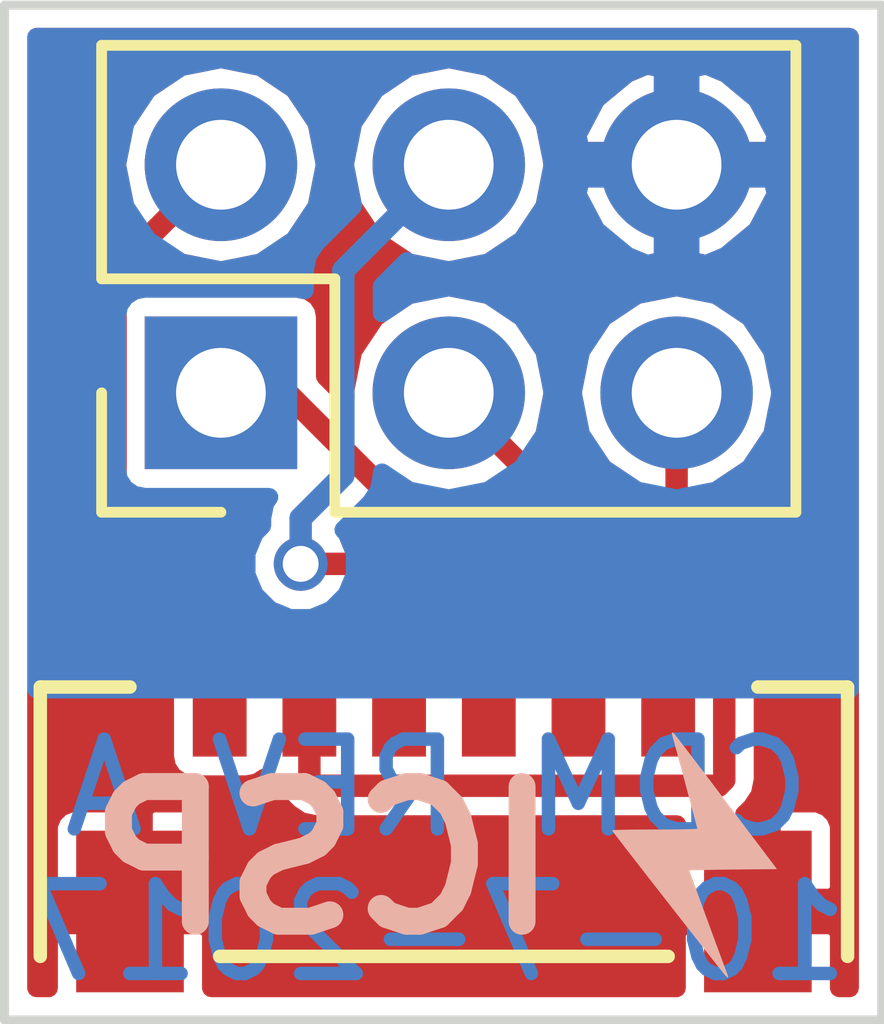
<source format=kicad_pcb>
(kicad_pcb (version 4) (host pcbnew 4.0.5+dfsg1-4)

  (general
    (links 8)
    (no_connects 0)
    (area 142.062999 101.549999 151.942001 112.953001)
    (thickness 1.6)
    (drawings 6)
    (tracks 25)
    (zones 0)
    (modules 3)
    (nets 7)
  )

  (page A4)
  (layers
    (0 F.Cu signal)
    (31 B.Cu signal)
    (32 B.Adhes user)
    (33 F.Adhes user)
    (34 B.Paste user)
    (35 F.Paste user)
    (36 B.SilkS user)
    (37 F.SilkS user)
    (38 B.Mask user)
    (39 F.Mask user)
    (40 Dwgs.User user)
    (41 Cmts.User user)
    (42 Eco1.User user)
    (43 Eco2.User user)
    (44 Edge.Cuts user)
    (45 Margin user)
    (46 B.CrtYd user)
    (47 F.CrtYd user)
    (48 B.Fab user hide)
    (49 F.Fab user hide)
  )

  (setup
    (last_trace_width 0.25)
    (trace_clearance 0.2)
    (zone_clearance 0.2032)
    (zone_45_only no)
    (trace_min 0.2)
    (segment_width 0.2)
    (edge_width 0.1)
    (via_size 0.6)
    (via_drill 0.4)
    (via_min_size 0.4)
    (via_min_drill 0.3)
    (uvia_size 0.3)
    (uvia_drill 0.1)
    (uvias_allowed no)
    (uvia_min_size 0.2)
    (uvia_min_drill 0.1)
    (pcb_text_width 0.3)
    (pcb_text_size 1.5 1.5)
    (mod_edge_width 0.15)
    (mod_text_size 1 1)
    (mod_text_width 0.15)
    (pad_size 1.5 1.5)
    (pad_drill 0.6)
    (pad_to_mask_clearance 0)
    (aux_axis_origin 0 0)
    (visible_elements FFFEFF7F)
    (pcbplotparams
      (layerselection 0x00030_80000001)
      (usegerberextensions false)
      (excludeedgelayer true)
      (linewidth 0.100000)
      (plotframeref false)
      (viasonmask false)
      (mode 1)
      (useauxorigin false)
      (hpglpennumber 1)
      (hpglpenspeed 20)
      (hpglpendiameter 15)
      (hpglpenoverlay 2)
      (psnegative false)
      (psa4output false)
      (plotreference true)
      (plotvalue true)
      (plotinvisibletext false)
      (padsonsilk false)
      (subtractmaskfromsilk false)
      (outputformat 1)
      (mirror false)
      (drillshape 1)
      (scaleselection 1)
      (outputdirectory ""))
  )

  (net 0 "")
  (net 1 GND)
  (net 2 SCK_RX_AVR)
  (net 3 MISO_TX_AVR)
  (net 4 MOSI_AVR)
  (net 5 RST_AVR)
  (net 6 VCC)

  (net_class Default "This is the default net class."
    (clearance 0.2)
    (trace_width 0.25)
    (via_dia 0.6)
    (via_drill 0.4)
    (uvia_dia 0.3)
    (uvia_drill 0.1)
    (add_net GND)
    (add_net MISO_TX_AVR)
    (add_net MOSI_AVR)
    (add_net RST_AVR)
    (add_net SCK_RX_AVR)
    (add_net VCC)
  )

  (module "MOD:BM06B-SRSS-TB(LF)(SN)" (layer F.Cu) (tedit 59D97FFB) (tstamp 59D97F33)
    (at 148.5011 105.0036)
    (path /59D91835)
    (fp_text reference P1 (at -0.88654 6.413716 90) (layer F.SilkS) hide
      (effects (font (size 1 1) (thickness 0.15)))
    )
    (fp_text value CONN_01X07 (at -1.88654 6.413716 90) (layer F.Fab)
      (effects (font (size 1 1) (thickness 0.15)))
    )
    (fp_line (start 1.011034 7.190858) (end -3.988966 7.190858) (layer F.SilkS) (width 0.15))
    (fp_line (start 3.011034 4.190858) (end 3.011034 7.190858) (layer F.SilkS) (width 0.15))
    (fp_line (start 2.011034 4.190858) (end 3.011034 4.190858) (layer F.SilkS) (width 0.15))
    (fp_line (start -5.988966 4.190858) (end -4.988966 4.190858) (layer F.SilkS) (width 0.15))
    (fp_line (start -5.988966 7.190858) (end -5.988966 4.190858) (layer F.SilkS) (width 0.15))
    (pad 6 smd rect (at 1.011034 4.190858 180) (size 0.6 1.55) (layers F.Cu F.Paste F.Mask)
      (net 1 GND))
    (pad 5 smd rect (at 0.011034 4.190858 180) (size 0.6 1.55) (layers F.Cu F.Paste F.Mask)
      (net 2 SCK_RX_AVR))
    (pad 4 smd rect (at -0.988966 4.190858 180) (size 0.6 1.55) (layers F.Cu F.Paste F.Mask)
      (net 3 MISO_TX_AVR))
    (pad 3 smd rect (at -1.988966 4.190858 180) (size 0.6 1.55) (layers F.Cu F.Paste F.Mask)
      (net 4 MOSI_AVR))
    (pad 2 smd rect (at -2.988966 4.190858 180) (size 0.6 1.55) (layers F.Cu F.Paste F.Mask)
      (net 5 RST_AVR))
    (pad 1 smd rect (at -3.988966 4.190858 180) (size 0.6 1.55) (layers F.Cu F.Paste F.Mask)
      (net 6 VCC))
    (pad 7 smd rect (at 2.011034 6.690858 180) (size 1.2 1.8) (layers F.Cu F.Paste F.Mask)
      (net 1 GND))
    (pad 7 smd rect (at -4.988966 6.690858 180) (size 1.2 1.8) (layers F.Cu F.Paste F.Mask)
      (net 1 GND))
  )

  (module Pin_Headers:Pin_Header_Straight_2x03_Pitch2.54mm (layer F.Cu) (tedit 59D98000) (tstamp 59D97F3D)
    (at 144.526 105.918 90)
    (descr "Through hole straight pin header, 2x03, 2.54mm pitch, double rows")
    (tags "Through hole pin header THT 2x03 2.54mm double row")
    (path /59D97F0C)
    (fp_text reference P2 (at 1.27 -2.33 90) (layer F.SilkS) hide
      (effects (font (size 1 1) (thickness 0.15)))
    )
    (fp_text value ICSP (at 1.27 7.41 90) (layer F.Fab)
      (effects (font (size 1 1) (thickness 0.15)))
    )
    (fp_line (start 0 -1.27) (end 3.81 -1.27) (layer F.Fab) (width 0.1))
    (fp_line (start 3.81 -1.27) (end 3.81 6.35) (layer F.Fab) (width 0.1))
    (fp_line (start 3.81 6.35) (end -1.27 6.35) (layer F.Fab) (width 0.1))
    (fp_line (start -1.27 6.35) (end -1.27 0) (layer F.Fab) (width 0.1))
    (fp_line (start -1.27 0) (end 0 -1.27) (layer F.Fab) (width 0.1))
    (fp_line (start -1.33 6.41) (end 3.87 6.41) (layer F.SilkS) (width 0.12))
    (fp_line (start -1.33 1.27) (end -1.33 6.41) (layer F.SilkS) (width 0.12))
    (fp_line (start 3.87 -1.33) (end 3.87 6.41) (layer F.SilkS) (width 0.12))
    (fp_line (start -1.33 1.27) (end 1.27 1.27) (layer F.SilkS) (width 0.12))
    (fp_line (start 1.27 1.27) (end 1.27 -1.33) (layer F.SilkS) (width 0.12))
    (fp_line (start 1.27 -1.33) (end 3.87 -1.33) (layer F.SilkS) (width 0.12))
    (fp_line (start -1.33 0) (end -1.33 -1.33) (layer F.SilkS) (width 0.12))
    (fp_line (start -1.33 -1.33) (end 0 -1.33) (layer F.SilkS) (width 0.12))
    (fp_line (start -1.8 -1.8) (end -1.8 6.85) (layer F.CrtYd) (width 0.05))
    (fp_line (start -1.8 6.85) (end 4.35 6.85) (layer F.CrtYd) (width 0.05))
    (fp_line (start 4.35 6.85) (end 4.35 -1.8) (layer F.CrtYd) (width 0.05))
    (fp_line (start 4.35 -1.8) (end -1.8 -1.8) (layer F.CrtYd) (width 0.05))
    (fp_text user %R (at 1.27 2.54 180) (layer F.Fab)
      (effects (font (size 1 1) (thickness 0.15)))
    )
    (pad 1 thru_hole rect (at 0 0 90) (size 1.7 1.7) (drill 1) (layers *.Cu *.Mask)
      (net 3 MISO_TX_AVR))
    (pad 2 thru_hole oval (at 2.54 0 90) (size 1.7 1.7) (drill 1) (layers *.Cu *.Mask)
      (net 6 VCC))
    (pad 3 thru_hole oval (at 0 2.54 90) (size 1.7 1.7) (drill 1) (layers *.Cu *.Mask)
      (net 2 SCK_RX_AVR))
    (pad 4 thru_hole oval (at 2.54 2.54 90) (size 1.7 1.7) (drill 1) (layers *.Cu *.Mask)
      (net 4 MOSI_AVR))
    (pad 5 thru_hole oval (at 0 5.08 90) (size 1.7 1.7) (drill 1) (layers *.Cu *.Mask)
      (net 5 RST_AVR))
    (pad 6 thru_hole oval (at 2.54 5.08 90) (size 1.7 1.7) (drill 1) (layers *.Cu *.Mask)
      (net 1 GND))
    (model ${KISYS3DMOD}/Pin_Headers.3dshapes/Pin_Header_Straight_2x03_Pitch2.54mm.wrl
      (at (xyz 0 0 0))
      (scale (xyz 1 1 1))
      (rotate (xyz 0 0 0))
    )
  )

  (module MOD:lightning (layer B.Cu) (tedit 0) (tstamp 59D980CF)
    (at 149.86 111.125)
    (fp_text reference G*** (at 0 0) (layer B.SilkS) hide
      (effects (font (thickness 0.3)) (justify mirror))
    )
    (fp_text value LOGO (at 0.75 0) (layer B.SilkS) hide
      (effects (font (thickness 0.3)) (justify mirror))
    )
    (fp_poly (pts (xy 0.314354 1.28972) (xy 0.304217 1.261534) (xy 0.287787 1.218017) (xy 0.262911 1.15128)
      (xy 0.231172 1.065639) (xy 0.194152 0.965409) (xy 0.153436 0.854904) (xy 0.110605 0.738441)
      (xy 0.067244 0.620333) (xy 0.024936 0.504897) (xy -0.014736 0.396447) (xy -0.050189 0.299299)
      (xy -0.079839 0.217767) (xy -0.102104 0.156168) (xy -0.1154 0.118815) (xy -0.118533 0.109316)
      (xy -0.102305 0.107325) (xy -0.056437 0.105235) (xy 0.014844 0.103147) (xy 0.10731 0.101162)
      (xy 0.216736 0.099383) (xy 0.338895 0.09791) (xy 0.368591 0.097623) (xy 0.855716 0.093133)
      (xy 0.294305 -0.649173) (xy 0.188629 -0.788761) (xy 0.088696 -0.920499) (xy -0.003562 -1.041856)
      (xy -0.086213 -1.150304) (xy -0.157324 -1.243314) (xy -0.214964 -1.318356) (xy -0.2572 -1.372901)
      (xy -0.2821 -1.40442) (xy -0.287856 -1.411173) (xy -0.30193 -1.419999) (xy -0.299939 -1.401084)
      (xy -0.298786 -1.397) (xy -0.288287 -1.359649) (xy -0.271246 -1.297666) (xy -0.248936 -1.2158)
      (xy -0.222636 -1.118801) (xy -0.193622 -1.011418) (xy -0.163169 -0.8984) (xy -0.132555 -0.784498)
      (xy -0.103056 -0.674459) (xy -0.075947 -0.573034) (xy -0.052507 -0.484973) (xy -0.03401 -0.415023)
      (xy -0.021734 -0.367936) (xy -0.016954 -0.34846) (xy -0.016934 -0.348256) (xy -0.033153 -0.345773)
      (xy -0.078954 -0.343529) (xy -0.150053 -0.34161) (xy -0.242165 -0.340104) (xy -0.351007 -0.339096)
      (xy -0.472294 -0.338674) (xy -0.491067 -0.338666) (xy -0.613834 -0.338377) (xy -0.72479 -0.33756)
      (xy -0.819653 -0.336292) (xy -0.894136 -0.334649) (xy -0.943957 -0.332707) (xy -0.964831 -0.330544)
      (xy -0.9652 -0.330209) (xy -0.955097 -0.315927) (xy -0.926253 -0.27784) (xy -0.880867 -0.218757)
      (xy -0.821139 -0.141491) (xy -0.749266 -0.048852) (xy -0.667449 0.056347) (xy -0.577885 0.171296)
      (xy -0.482774 0.293183) (xy -0.384315 0.419197) (xy -0.284706 0.546527) (xy -0.186147 0.672361)
      (xy -0.090836 0.793888) (xy -0.000972 0.908298) (xy 0.081246 1.012777) (xy 0.153618 1.104516)
      (xy 0.213947 1.180702) (xy 0.260033 1.238525) (xy 0.289678 1.275174) (xy 0.299666 1.286933)
      (xy 0.31437 1.300123) (xy 0.314354 1.28972)) (layer B.SilkS) (width 0.01))
  )

  (gr_text "CDM REV A\n10-7-2017" (at 146.939 111.125) (layer B.Cu)
    (effects (font (size 1 1) (thickness 0.15)) (justify mirror))
  )
  (gr_text ICSP (at 145.669 111.125) (layer B.SilkS)
    (effects (font (size 1.5 1.5) (thickness 0.3)) (justify mirror))
  )
  (gr_line (start 142.113 101.6) (end 142.113 112.903) (layer Edge.Cuts) (width 0.1))
  (gr_line (start 151.892 101.6) (end 142.113 101.6) (layer Edge.Cuts) (width 0.1))
  (gr_line (start 151.892 112.903) (end 151.892 101.6) (layer Edge.Cuts) (width 0.1))
  (gr_line (start 151.892 112.903) (end 142.113 112.903) (layer Edge.Cuts) (width 0.1))

  (segment (start 147.066 105.918) (end 148.512134 107.364134) (width 0.25) (layer F.Cu) (net 2))
  (segment (start 148.512134 107.364134) (end 148.512134 109.194458) (width 0.25) (layer F.Cu) (net 2))
  (segment (start 144.526 105.918) (end 145.260676 105.918) (width 0.25) (layer F.Cu) (net 3))
  (segment (start 145.260676 105.918) (end 147.512134 108.169458) (width 0.25) (layer F.Cu) (net 3))
  (segment (start 147.512134 108.169458) (end 147.512134 109.194458) (width 0.25) (layer F.Cu) (net 3))
  (segment (start 145.415 107.823) (end 145.415 107.314002) (width 0.25) (layer B.Cu) (net 4))
  (segment (start 145.415 107.314002) (end 145.890999 106.838003) (width 0.25) (layer B.Cu) (net 4))
  (segment (start 145.890999 106.838003) (end 145.890999 104.553001) (width 0.25) (layer B.Cu) (net 4))
  (segment (start 145.890999 104.553001) (end 146.216001 104.227999) (width 0.25) (layer B.Cu) (net 4))
  (segment (start 146.216001 104.227999) (end 147.066 103.378) (width 0.25) (layer B.Cu) (net 4))
  (segment (start 146.512134 109.194458) (end 146.512134 108.169458) (width 0.25) (layer F.Cu) (net 4))
  (via (at 145.415 107.823) (size 0.6) (drill 0.4) (layers F.Cu B.Cu) (net 4))
  (segment (start 146.512134 108.169458) (end 146.165676 107.823) (width 0.25) (layer F.Cu) (net 4))
  (segment (start 146.165676 107.823) (end 145.415 107.823) (width 0.25) (layer F.Cu) (net 4))
  (segment (start 145.512134 109.194458) (end 145.512134 110.219458) (width 0.25) (layer F.Cu) (net 5))
  (segment (start 145.512134 110.219458) (end 145.587135 110.294459) (width 0.25) (layer F.Cu) (net 5))
  (segment (start 145.587135 110.294459) (end 150.072135 110.294459) (width 0.25) (layer F.Cu) (net 5))
  (segment (start 150.072135 110.294459) (end 150.137135 110.229459) (width 0.25) (layer F.Cu) (net 5))
  (segment (start 150.137135 110.229459) (end 150.137135 107.651216) (width 0.25) (layer F.Cu) (net 5))
  (segment (start 150.137135 107.651216) (end 149.606 107.120081) (width 0.25) (layer F.Cu) (net 5))
  (segment (start 149.606 107.120081) (end 149.606 105.918) (width 0.25) (layer F.Cu) (net 5))
  (segment (start 144.526 103.378) (end 143.350999 104.553001) (width 0.25) (layer F.Cu) (net 6))
  (segment (start 143.350999 104.553001) (end 143.350999 107.008323) (width 0.25) (layer F.Cu) (net 6))
  (segment (start 143.350999 107.008323) (end 144.512134 108.169458) (width 0.25) (layer F.Cu) (net 6))
  (segment (start 144.512134 108.169458) (end 144.512134 109.194458) (width 0.25) (layer F.Cu) (net 6))

  (zone (net 1) (net_name GND) (layer F.Cu) (tstamp 0) (hatch edge 0.508)
    (connect_pads (clearance 0.2032))
    (min_thickness 0.2032)
    (fill yes (arc_segments 16) (thermal_gap 0.2032) (thermal_bridge_width 0.508))
    (polygon
      (pts
        (xy 142.113 101.6) (xy 151.892 101.6) (xy 151.892 112.903) (xy 142.113 112.903)
      )
    )
    (filled_polygon
      (pts
        (xy 151.5372 112.5482) (xy 151.416934 112.5482) (xy 151.416934 111.923058) (xy 151.340734 111.846858) (xy 150.664534 111.846858)
        (xy 150.664534 111.866858) (xy 150.359734 111.866858) (xy 150.359734 111.846858) (xy 149.683534 111.846858) (xy 149.607334 111.923058)
        (xy 149.607334 112.5482) (xy 144.416934 112.5482) (xy 144.416934 111.923058) (xy 144.340734 111.846858) (xy 143.664534 111.846858)
        (xy 143.664534 111.866858) (xy 143.359734 111.866858) (xy 143.359734 111.846858) (xy 142.683534 111.846858) (xy 142.607334 111.923058)
        (xy 142.607334 112.5482) (xy 142.4678 112.5482) (xy 142.4678 110.733829) (xy 142.607334 110.733829) (xy 142.607334 111.465858)
        (xy 142.683534 111.542058) (xy 143.359734 111.542058) (xy 143.359734 110.565858) (xy 143.664534 110.565858) (xy 143.664534 111.542058)
        (xy 144.340734 111.542058) (xy 144.416934 111.465858) (xy 144.416934 110.733829) (xy 144.370531 110.621802) (xy 144.284789 110.536061)
        (xy 144.172762 110.489658) (xy 143.740734 110.489658) (xy 143.664534 110.565858) (xy 143.359734 110.565858) (xy 143.283534 110.489658)
        (xy 142.851506 110.489658) (xy 142.739479 110.536061) (xy 142.653737 110.621802) (xy 142.607334 110.733829) (xy 142.4678 110.733829)
        (xy 142.4678 104.553001) (xy 142.921199 104.553001) (xy 142.921199 107.008323) (xy 142.953916 107.1728) (xy 143.047085 107.312237)
        (xy 143.969504 108.234657) (xy 143.925847 108.298551) (xy 143.901363 108.419458) (xy 143.901363 109.969458) (xy 143.922616 110.08241)
        (xy 143.989371 110.18615) (xy 144.091227 110.255745) (xy 144.212134 110.280229) (xy 144.812134 110.280229) (xy 144.925086 110.258976)
        (xy 145.013083 110.202352) (xy 145.089289 110.254421) (xy 145.097253 110.294459) (xy 145.115051 110.383935) (xy 145.20822 110.523372)
        (xy 145.28322 110.598373) (xy 145.422657 110.691542) (xy 145.449946 110.69697) (xy 145.587135 110.724259) (xy 149.611298 110.724259)
        (xy 149.607334 110.733829) (xy 149.607334 111.465858) (xy 149.683534 111.542058) (xy 150.359734 111.542058) (xy 150.359734 110.609274)
        (xy 150.376049 110.598373) (xy 150.408564 110.565858) (xy 150.664534 110.565858) (xy 150.664534 111.542058) (xy 151.340734 111.542058)
        (xy 151.416934 111.465858) (xy 151.416934 110.733829) (xy 151.370531 110.621802) (xy 151.284789 110.536061) (xy 151.172762 110.489658)
        (xy 150.740734 110.489658) (xy 150.664534 110.565858) (xy 150.408564 110.565858) (xy 150.44105 110.533373) (xy 150.534218 110.393936)
        (xy 150.536207 110.383935) (xy 150.566935 110.229459) (xy 150.566935 107.651216) (xy 150.534218 107.486739) (xy 150.534218 107.486738)
        (xy 150.441049 107.347301) (xy 150.079901 106.986153) (xy 150.422567 106.757191) (xy 150.672896 106.382547) (xy 150.7608 105.940624)
        (xy 150.7608 105.895376) (xy 150.672896 105.453453) (xy 150.422567 105.078809) (xy 150.047923 104.82848) (xy 149.606 104.740576)
        (xy 149.164077 104.82848) (xy 148.789433 105.078809) (xy 148.539104 105.453453) (xy 148.4512 105.895376) (xy 148.4512 105.940624)
        (xy 148.539104 106.382547) (xy 148.789433 106.757191) (xy 149.164077 107.00752) (xy 149.1762 107.009931) (xy 149.1762 107.120081)
        (xy 149.196357 107.221416) (xy 149.208917 107.284558) (xy 149.302086 107.423995) (xy 149.707335 107.829245) (xy 149.707335 108.145657)
        (xy 149.662134 108.190858) (xy 149.662134 109.042058) (xy 149.684534 109.042058) (xy 149.684534 109.346858) (xy 149.662134 109.346858)
        (xy 149.662134 109.366858) (xy 149.362134 109.366858) (xy 149.362134 109.346858) (xy 149.339734 109.346858) (xy 149.339734 109.042058)
        (xy 149.362134 109.042058) (xy 149.362134 108.190858) (xy 149.285934 108.114658) (xy 149.151506 108.114658) (xy 149.039479 108.161061)
        (xy 149.012843 108.187697) (xy 148.941934 108.139247) (xy 148.941934 107.364134) (xy 148.909217 107.199657) (xy 148.909217 107.199656)
        (xy 148.816048 107.060219) (xy 148.133805 106.377977) (xy 148.2208 105.940624) (xy 148.2208 105.895376) (xy 148.132896 105.453453)
        (xy 147.882567 105.078809) (xy 147.507923 104.82848) (xy 147.066 104.740576) (xy 146.624077 104.82848) (xy 146.249433 105.078809)
        (xy 145.999104 105.453453) (xy 145.9112 105.895376) (xy 145.9112 105.940624) (xy 145.916184 105.96568) (xy 145.686771 105.736267)
        (xy 145.686771 105.068) (xy 145.665518 104.955048) (xy 145.598763 104.851308) (xy 145.496907 104.781713) (xy 145.376 104.757229)
        (xy 143.780799 104.757229) (xy 143.780799 104.731029) (xy 144.060237 104.451591) (xy 144.084077 104.46752) (xy 144.526 104.555424)
        (xy 144.967923 104.46752) (xy 145.342567 104.217191) (xy 145.592896 103.842547) (xy 145.6808 103.400624) (xy 145.6808 103.355376)
        (xy 145.9112 103.355376) (xy 145.9112 103.400624) (xy 145.999104 103.842547) (xy 146.249433 104.217191) (xy 146.624077 104.46752)
        (xy 147.066 104.555424) (xy 147.507923 104.46752) (xy 147.882567 104.217191) (xy 148.132896 103.842547) (xy 148.159739 103.707597)
        (xy 148.499219 103.707597) (xy 148.709599 104.106055) (xy 149.056448 104.393673) (xy 149.276406 104.484766) (xy 149.4536 104.445779)
        (xy 149.4536 103.5304) (xy 149.7584 103.5304) (xy 149.7584 104.445779) (xy 149.935594 104.484766) (xy 150.155552 104.393673)
        (xy 150.502401 104.106055) (xy 150.712781 103.707597) (xy 150.674515 103.5304) (xy 149.7584 103.5304) (xy 149.4536 103.5304)
        (xy 148.537485 103.5304) (xy 148.499219 103.707597) (xy 148.159739 103.707597) (xy 148.2208 103.400624) (xy 148.2208 103.355376)
        (xy 148.15974 103.048403) (xy 148.499219 103.048403) (xy 148.537485 103.2256) (xy 149.4536 103.2256) (xy 149.4536 102.310221)
        (xy 149.7584 102.310221) (xy 149.7584 103.2256) (xy 150.674515 103.2256) (xy 150.712781 103.048403) (xy 150.502401 102.649945)
        (xy 150.155552 102.362327) (xy 149.935594 102.271234) (xy 149.7584 102.310221) (xy 149.4536 102.310221) (xy 149.276406 102.271234)
        (xy 149.056448 102.362327) (xy 148.709599 102.649945) (xy 148.499219 103.048403) (xy 148.15974 103.048403) (xy 148.132896 102.913453)
        (xy 147.882567 102.538809) (xy 147.507923 102.28848) (xy 147.066 102.200576) (xy 146.624077 102.28848) (xy 146.249433 102.538809)
        (xy 145.999104 102.913453) (xy 145.9112 103.355376) (xy 145.6808 103.355376) (xy 145.592896 102.913453) (xy 145.342567 102.538809)
        (xy 144.967923 102.28848) (xy 144.526 102.200576) (xy 144.084077 102.28848) (xy 143.709433 102.538809) (xy 143.459104 102.913453)
        (xy 143.3712 103.355376) (xy 143.3712 103.400624) (xy 143.458195 103.837977) (xy 143.047085 104.249087) (xy 142.953916 104.388524)
        (xy 142.921199 104.553001) (xy 142.4678 104.553001) (xy 142.4678 101.9548) (xy 151.5372 101.9548)
      )
    )
  )
  (zone (net 1) (net_name GND) (layer B.Cu) (tstamp 59D98032) (hatch edge 0.508)
    (connect_pads (clearance 0.2032))
    (min_thickness 0.2032)
    (fill yes (arc_segments 16) (thermal_gap 0.2032) (thermal_bridge_width 0.508))
    (polygon
      (pts
        (xy 142.113 101.565221) (xy 151.892 101.565221) (xy 151.892 112.868221) (xy 142.113 112.868221)
      )
    )
    (filled_polygon
      (pts
        (xy 151.5372 109.2202) (xy 142.4678 109.2202) (xy 142.4678 105.068) (xy 143.365229 105.068) (xy 143.365229 106.768)
        (xy 143.386482 106.880952) (xy 143.453237 106.984692) (xy 143.555093 107.054287) (xy 143.676 107.078771) (xy 145.065193 107.078771)
        (xy 145.017917 107.149525) (xy 144.9852 107.314002) (xy 144.9852 107.397479) (xy 144.902574 107.479961) (xy 144.810305 107.70217)
        (xy 144.810095 107.942774) (xy 144.901976 108.165144) (xy 145.071961 108.335426) (xy 145.29417 108.427695) (xy 145.534774 108.427905)
        (xy 145.757144 108.336024) (xy 145.927426 108.166039) (xy 146.019695 107.94383) (xy 146.019905 107.703226) (xy 145.928024 107.480856)
        (xy 145.892031 107.4448) (xy 146.194913 107.141918) (xy 146.288082 107.00248) (xy 146.311609 106.884202) (xy 146.320799 106.838003)
        (xy 146.320799 106.804876) (xy 146.624077 107.00752) (xy 147.066 107.095424) (xy 147.507923 107.00752) (xy 147.882567 106.757191)
        (xy 148.132896 106.382547) (xy 148.2208 105.940624) (xy 148.2208 105.895376) (xy 148.4512 105.895376) (xy 148.4512 105.940624)
        (xy 148.539104 106.382547) (xy 148.789433 106.757191) (xy 149.164077 107.00752) (xy 149.606 107.095424) (xy 150.047923 107.00752)
        (xy 150.422567 106.757191) (xy 150.672896 106.382547) (xy 150.7608 105.940624) (xy 150.7608 105.895376) (xy 150.672896 105.453453)
        (xy 150.422567 105.078809) (xy 150.047923 104.82848) (xy 149.606 104.740576) (xy 149.164077 104.82848) (xy 148.789433 105.078809)
        (xy 148.539104 105.453453) (xy 148.4512 105.895376) (xy 148.2208 105.895376) (xy 148.132896 105.453453) (xy 147.882567 105.078809)
        (xy 147.507923 104.82848) (xy 147.066 104.740576) (xy 146.624077 104.82848) (xy 146.320799 105.031124) (xy 146.320799 104.731029)
        (xy 146.519915 104.531914) (xy 146.519917 104.531911) (xy 146.600237 104.451591) (xy 146.624077 104.46752) (xy 147.066 104.555424)
        (xy 147.507923 104.46752) (xy 147.882567 104.217191) (xy 148.132896 103.842547) (xy 148.159739 103.707597) (xy 148.499219 103.707597)
        (xy 148.709599 104.106055) (xy 149.056448 104.393673) (xy 149.276406 104.484766) (xy 149.4536 104.445779) (xy 149.4536 103.5304)
        (xy 149.7584 103.5304) (xy 149.7584 104.445779) (xy 149.935594 104.484766) (xy 150.155552 104.393673) (xy 150.502401 104.106055)
        (xy 150.712781 103.707597) (xy 150.674515 103.5304) (xy 149.7584 103.5304) (xy 149.4536 103.5304) (xy 148.537485 103.5304)
        (xy 148.499219 103.707597) (xy 148.159739 103.707597) (xy 148.2208 103.400624) (xy 148.2208 103.355376) (xy 148.15974 103.048403)
        (xy 148.499219 103.048403) (xy 148.537485 103.2256) (xy 149.4536 103.2256) (xy 149.4536 102.310221) (xy 149.7584 102.310221)
        (xy 149.7584 103.2256) (xy 150.674515 103.2256) (xy 150.712781 103.048403) (xy 150.502401 102.649945) (xy 150.155552 102.362327)
        (xy 149.935594 102.271234) (xy 149.7584 102.310221) (xy 149.4536 102.310221) (xy 149.276406 102.271234) (xy 149.056448 102.362327)
        (xy 148.709599 102.649945) (xy 148.499219 103.048403) (xy 148.15974 103.048403) (xy 148.132896 102.913453) (xy 147.882567 102.538809)
        (xy 147.507923 102.28848) (xy 147.066 102.200576) (xy 146.624077 102.28848) (xy 146.249433 102.538809) (xy 145.999104 102.913453)
        (xy 145.9112 103.355376) (xy 145.9112 103.400624) (xy 145.998195 103.837977) (xy 145.912089 103.924083) (xy 145.912086 103.924085)
        (xy 145.587085 104.249087) (xy 145.493916 104.388524) (xy 145.461199 104.553001) (xy 145.461199 104.774482) (xy 145.376 104.757229)
        (xy 143.676 104.757229) (xy 143.563048 104.778482) (xy 143.459308 104.845237) (xy 143.389713 104.947093) (xy 143.365229 105.068)
        (xy 142.4678 105.068) (xy 142.4678 103.355376) (xy 143.3712 103.355376) (xy 143.3712 103.400624) (xy 143.459104 103.842547)
        (xy 143.709433 104.217191) (xy 144.084077 104.46752) (xy 144.526 104.555424) (xy 144.967923 104.46752) (xy 145.342567 104.217191)
        (xy 145.592896 103.842547) (xy 145.6808 103.400624) (xy 145.6808 103.355376) (xy 145.592896 102.913453) (xy 145.342567 102.538809)
        (xy 144.967923 102.28848) (xy 144.526 102.200576) (xy 144.084077 102.28848) (xy 143.709433 102.538809) (xy 143.459104 102.913453)
        (xy 143.3712 103.355376) (xy 142.4678 103.355376) (xy 142.4678 101.9548) (xy 151.5372 101.9548)
      )
    )
  )
)

</source>
